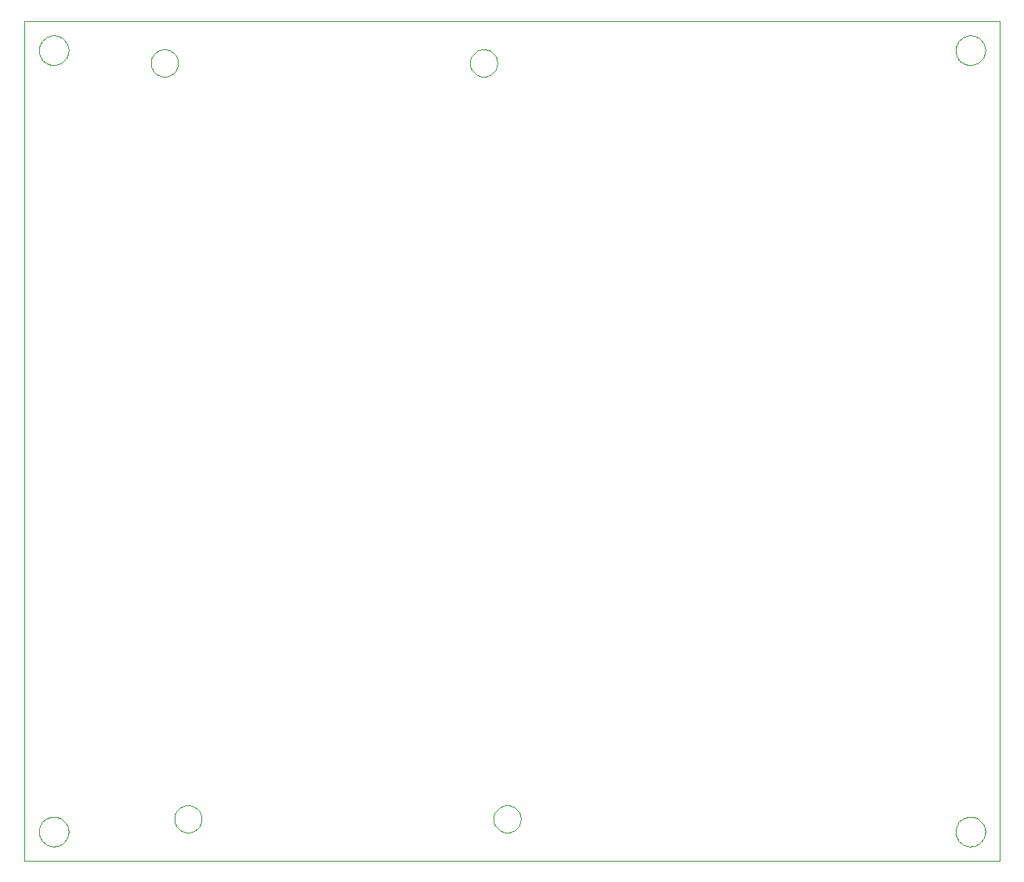
<source format=gm1>
G04 Output by ViewMate Deluxe V11.0.9  PentaLogix LLC*
G04 Tue Dec 09 15:32:49 2014*
%FSLAX33Y33*%
%MOMM*%
%IPPOS*%
%ADD107C,0.0*%

%LPD*%
X0Y0D2*D107*G1X100889Y94298D2*X100894Y94170D1*X100909Y94044*X100935Y93919*X100970Y93797*X101013Y93678*X101067Y93563*X101130Y93452*X101201Y93348*X101282Y93248*X101369Y93154*X101463Y93068*X101564Y92992*X101671Y92923*X101783Y92862*X101900Y92809*X102019Y92768*X102141Y92735*X102268Y92713*X102392Y92700*X102522Y92697*X102649Y92705*X102773Y92723*X102898Y92751*X103020Y92789*X103137Y92834*X103251Y92890*X103360Y92956*X103464Y93030*X103563Y93111*X103655Y93200*X103736Y93297*X103812Y93398*X103881Y93508*X103939Y93619*X103988Y93736*X104028Y93858*X104059Y93983*X104079Y94107*X104089Y94234*X104089Y94361*X104079Y94488*X104059Y94612*X104028Y94737*X103988Y94859*X103939Y94976*X103881Y95087*X103812Y95197*X103736Y95298*X103655Y95395*X103563Y95484*X103464Y95565*X103360Y95639*X103251Y95705*X103137Y95761*X103020Y95806*X102898Y95844*X102773Y95872*X102649Y95890*X102522Y95898*X102392Y95895*X102268Y95882*X102141Y95860*X102019Y95827*X101900Y95786*X101783Y95733*X101671Y95672*X101564Y95603*X101463Y95527*X101369Y95440*X101282Y95347*X101201Y95247*X101130Y95143*X101067Y95032*X101013Y94917*X100970Y94798*X100935Y94676*X100909Y94552*X100894Y94424*X100889Y94298*X1829Y94298D2*X1834Y94170D1*X1849Y94044*X1875Y93919*X1910Y93797*X1953Y93678*X2007Y93563*X2070Y93452*X2141Y93348*X2222Y93248*X2309Y93154*X2403Y93068*X2504Y92992*X2611Y92923*X2723Y92862*X2840Y92809*X2959Y92768*X3081Y92735*X3208Y92713*X3332Y92700*X3462Y92697*X3589Y92705*X3713Y92723*X3838Y92751*X3960Y92789*X4077Y92834*X4191Y92890*X4300Y92956*X4404Y93030*X4503Y93111*X4595Y93200*X4676Y93297*X4752Y93398*X4821Y93508*X4879Y93619*X4928Y93736*X4968Y93858*X4999Y93983*X5019Y94107*X5029Y94234*X5029Y94361*X5019Y94488*X4999Y94612*X4968Y94737*X4928Y94859*X4879Y94976*X4821Y95087*X4752Y95197*X4676Y95298*X4595Y95395*X4503Y95484*X4404Y95565*X4300Y95639*X4191Y95705*X4077Y95761*X3960Y95806*X3838Y95844*X3713Y95872*X3589Y95890*X3462Y95898*X3332Y95895*X3208Y95882*X3081Y95860*X2959Y95827*X2840Y95786*X2723Y95733*X2611Y95672*X2504Y95603*X2403Y95527*X2309Y95440*X2222Y95347*X2141Y95247*X2070Y95143*X2007Y95032*X1953Y94917*X1910Y94798*X1875Y94676*X1849Y94552*X1834Y94424*X1829Y94298*X13919Y92926D2*X13924Y92804D1*X13940Y92685*X13965Y92565*X13998Y92448*X14044Y92334*X14097Y92225*X14158Y92121*X14229Y92022*X14308Y91928*X14394Y91841*X14488Y91763*X14587Y91691*X14691Y91630*X14801Y91577*X14915Y91531*X15032Y91498*X15151Y91473*X15270Y91458*X15392Y91453*X15514Y91458*X15634Y91473*X15753Y91498*X15870Y91531*X15984Y91577*X16093Y91630*X16198Y91691*X16297Y91763*X16391Y91841*X16477Y91928*X16556Y92022*X16627Y92121*X16688Y92225*X16741Y92334*X16787Y92448*X16820Y92565*X16845Y92685*X16861Y92804*X16866Y92926*X16861Y93048*X16845Y93167*X16820Y93287*X16787Y93403*X16741Y93518*X16688Y93627*X16627Y93731*X16556Y93830*X16477Y93924*X16391Y94010*X16297Y94089*X16198Y94160*X16093Y94221*X15984Y94275*X15870Y94320*X15753Y94353*X15634Y94379*X15514Y94394*X15392Y94399*X15270Y94394*X15151Y94379*X15032Y94353*X14915Y94320*X14801Y94275*X14691Y94221*X14587Y94160*X14488Y94089*X14394Y94010*X14308Y93924*X14229Y93830*X14158Y93731*X14097Y93627*X14044Y93518*X13998Y93403*X13965Y93287*X13940Y93167*X13924Y93048*X13919Y92926*X48412Y92926D2*X48417Y92804D1*X48433Y92685*X48458Y92565*X48491Y92448*X48537Y92334*X48590Y92225*X48651Y92121*X48722Y92022*X48801Y91928*X48887Y91841*X48981Y91763*X49080Y91691*X49185Y91630*X49294Y91577*X49408Y91531*X49525Y91498*X49644Y91473*X49764Y91458*X49886Y91453*X50008Y91458*X50127Y91473*X50246Y91498*X50363Y91531*X50477Y91577*X50587Y91630*X50691Y91691*X50790Y91763*X50884Y91841*X50970Y91928*X51049Y92022*X51120Y92121*X51181Y92225*X51234Y92334*X51280Y92448*X51313Y92565*X51338Y92685*X51354Y92804*X51359Y92926*X51354Y93048*X51338Y93167*X51313Y93287*X51280Y93403*X51234Y93518*X51181Y93627*X51120Y93731*X51049Y93830*X50970Y93924*X50884Y94010*X50790Y94089*X50691Y94160*X50587Y94221*X50477Y94275*X50363Y94320*X50246Y94353*X50127Y94379*X50008Y94394*X49886Y94399*X49764Y94394*X49644Y94379*X49525Y94353*X49408Y94320*X49294Y94275*X49185Y94221*X49080Y94160*X48981Y94089*X48887Y94010*X48801Y93924*X48722Y93830*X48651Y93731*X48590Y93627*X48537Y93518*X48491Y93403*X48458Y93287*X48433Y93167*X48417Y93048*X48412Y92926*X100889Y9842D2*X100894Y9716D1*X100909Y9588*X100935Y9464*X100970Y9342*X101013Y9223*X101067Y9108*X101130Y8997*X101201Y8893*X101282Y8793*X101369Y8700*X101463Y8613*X101564Y8537*X101671Y8468*X101783Y8407*X101900Y8354*X102019Y8313*X102141Y8280*X102268Y8258*X102392Y8245*X102522Y8242*X102649Y8250*X102773Y8268*X102898Y8296*X103020Y8334*X103137Y8379*X103251Y8435*X103360Y8501*X103464Y8575*X103563Y8656*X103655Y8745*X103736Y8842*X103812Y8943*X103881Y9053*X103939Y9164*X103988Y9281*X104028Y9403*X104059Y9528*X104079Y9652*X104089Y9779*X104089Y9906*X104079Y10033*X104059Y10157*X104028Y10282*X103988Y10404*X103939Y10521*X103881Y10632*X103812Y10742*X103736Y10843*X103655Y10940*X103563Y11029*X103464Y11110*X103360Y11184*X103251Y11250*X103137Y11306*X103020Y11351*X102898Y11389*X102773Y11417*X102649Y11435*X102522Y11443*X102392Y11440*X102268Y11427*X102141Y11405*X102019Y11372*X101900Y11331*X101783Y11278*X101671Y11217*X101564Y11148*X101463Y11072*X101369Y10986*X101282Y10892*X101201Y10792*X101130Y10688*X101067Y10577*X101013Y10462*X100970Y10343*X100935Y10221*X100909Y10096*X100894Y9970*X100889Y9842*X50952Y11214D2*X50957Y11092D1*X50973Y10973*X50998Y10853*X51031Y10737*X51077Y10622*X51130Y10513*X51191Y10409*X51262Y10310*X51341Y10216*X51427Y10130*X51521Y10051*X51620Y9980*X51725Y9919*X51834Y9865*X51948Y9820*X52065Y9787*X52184Y9761*X52304Y9746*X52426Y9741*X52548Y9746*X52667Y9761*X52786Y9787*X52903Y9820*X53017Y9865*X53127Y9919*X53231Y9980*X53330Y10051*X53424Y10130*X53510Y10216*X53589Y10310*X53660Y10409*X53721Y10513*X53774Y10622*X53820Y10737*X53853Y10853*X53878Y10973*X53894Y11092*X53899Y11214*X53894Y11336*X53878Y11455*X53853Y11575*X53820Y11692*X53774Y11806*X53721Y11915*X53660Y12019*X53589Y12118*X53510Y12212*X53424Y12299*X53330Y12377*X53231Y12449*X53127Y12510*X53017Y12563*X52903Y12609*X52786Y12642*X52667Y12667*X52548Y12682*X52426Y12687*X52304Y12682*X52184Y12667*X52065Y12642*X51948Y12609*X51834Y12563*X51725Y12510*X51620Y12449*X51521Y12377*X51427Y12299*X51341Y12212*X51262Y12118*X51191Y12019*X51130Y11915*X51077Y11806*X51031Y11692*X50998Y11575*X50973Y11455*X50957Y11336*X50952Y11214*X16459Y11214D2*X16464Y11092D1*X16480Y10973*X16505Y10853*X16538Y10737*X16584Y10622*X16637Y10513*X16698Y10409*X16769Y10310*X16848Y10216*X16934Y10130*X17028Y10051*X17127Y9980*X17231Y9919*X17341Y9865*X17455Y9820*X17572Y9787*X17691Y9761*X17810Y9746*X17932Y9741*X18054Y9746*X18174Y9761*X18293Y9787*X18410Y9820*X18524Y9865*X18633Y9919*X18738Y9980*X18837Y10051*X18931Y10130*X19017Y10216*X19096Y10310*X19167Y10409*X19228Y10513*X19281Y10622*X19327Y10737*X19360Y10853*X19385Y10973*X19401Y11092*X19406Y11214*X19401Y11336*X19385Y11455*X19360Y11575*X19327Y11692*X19281Y11806*X19228Y11915*X19167Y12019*X19096Y12118*X19017Y12212*X18931Y12299*X18837Y12377*X18738Y12449*X18633Y12510*X18524Y12563*X18410Y12609*X18293Y12642*X18174Y12667*X18054Y12682*X17932Y12687*X17810Y12682*X17691Y12667*X17572Y12642*X17455Y12609*X17341Y12563*X17231Y12510*X17127Y12449*X17028Y12377*X16934Y12299*X16848Y12212*X16769Y12118*X16698Y12019*X16637Y11915*X16584Y11806*X16538Y11692*X16505Y11575*X16480Y11455*X16464Y11336*X16459Y11214*X1829Y9842D2*X1834Y9716D1*X1849Y9588*X1875Y9464*X1910Y9342*X1953Y9223*X2007Y9108*X2070Y8997*X2141Y8893*X2222Y8793*X2309Y8700*X2403Y8613*X2504Y8537*X2611Y8468*X2723Y8407*X2840Y8354*X2959Y8313*X3081Y8280*X3208Y8258*X3332Y8245*X3462Y8242*X3589Y8250*X3713Y8268*X3838Y8296*X3960Y8334*X4077Y8379*X4191Y8435*X4300Y8501*X4404Y8575*X4503Y8656*X4595Y8745*X4676Y8842*X4752Y8943*X4821Y9053*X4879Y9164*X4928Y9281*X4968Y9403*X4999Y9528*X5019Y9652*X5029Y9779*X5029Y9906*X5019Y10033*X4999Y10157*X4968Y10282*X4928Y10404*X4879Y10521*X4821Y10632*X4752Y10742*X4676Y10843*X4595Y10940*X4503Y11029*X4404Y11110*X4300Y11184*X4191Y11250*X4077Y11306*X3960Y11351*X3838Y11389*X3713Y11417*X3589Y11435*X3462Y11443*X3332Y11440*X3208Y11427*X3081Y11405*X2959Y11372*X2840Y11331*X2723Y11278*X2611Y11217*X2504Y11148*X2403Y11072*X2309Y10986*X2222Y10892*X2141Y10792*X2070Y10688*X2007Y10577*X1953Y10462*X1910Y10343*X1875Y10221*X1849Y10096*X1834Y9970*X1829Y9842*X254Y6668D2*X105664Y6668D1*X105664Y97472*X254Y97472*X254Y6668*X0Y0D2*M02*
</source>
